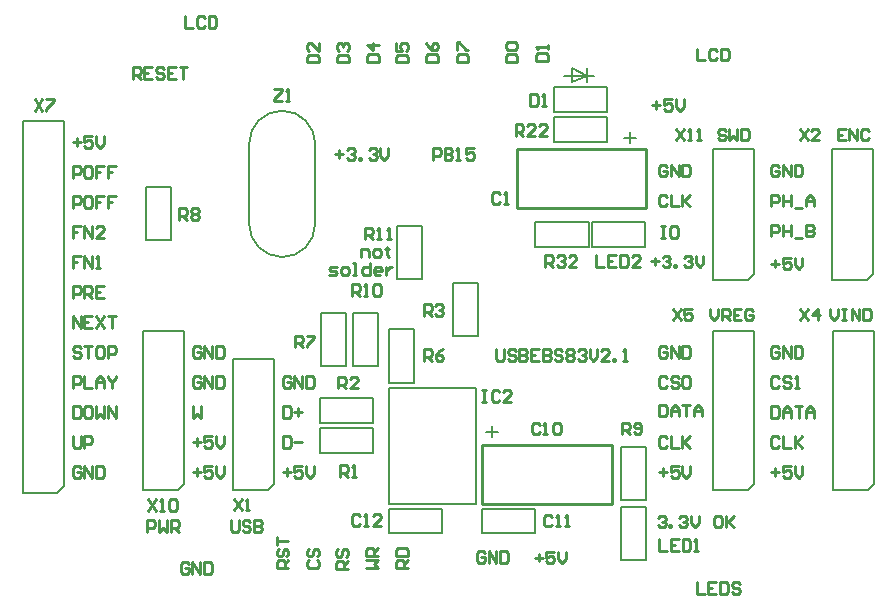
<source format=gto>
G04 Layer_Color=65535*
%FSLAX44Y44*%
%MOMM*%
G71*
G01*
G75*
%ADD18C,0.2540*%
%ADD37C,0.2000*%
D18*
X397172Y99968D02*
Y149968D01*
Y99968D02*
X507172D01*
Y149968D01*
X397172D02*
X507172D01*
X536584Y350412D02*
Y400412D01*
X426584D02*
X536584D01*
X426584Y350412D02*
Y400412D01*
Y350412D02*
X536584D01*
X18542Y442305D02*
X25206Y432308D01*
Y442305D02*
X18542Y432308D01*
X28539Y442305D02*
X35203D01*
Y440639D01*
X28539Y433974D01*
Y432308D01*
X425704Y411226D02*
Y421223D01*
X430702D01*
X432369Y419557D01*
Y416224D01*
X430702Y414558D01*
X425704D01*
X429036D02*
X432369Y411226D01*
X442365D02*
X435701D01*
X442365Y417891D01*
Y419557D01*
X440699Y421223D01*
X437367D01*
X435701Y419557D01*
X452362Y411226D02*
X445698D01*
X452362Y417891D01*
Y419557D01*
X450696Y421223D01*
X447364D01*
X445698Y419557D01*
X437896Y447131D02*
Y437134D01*
X442894D01*
X444561Y438800D01*
Y445465D01*
X442894Y447131D01*
X437896D01*
X447893Y437134D02*
X451225D01*
X449559D01*
Y447131D01*
X447893Y445465D01*
X412811Y362407D02*
X411144Y364073D01*
X407812D01*
X406146Y362407D01*
Y355742D01*
X407812Y354076D01*
X411144D01*
X412811Y355742D01*
X416143Y354076D02*
X419475D01*
X417809D01*
Y364073D01*
X416143Y362407D01*
X114554Y103883D02*
X121156Y93980D01*
Y103883D02*
X114554Y93980D01*
X124457D02*
X127758D01*
X126107D01*
Y103883D01*
X124457Y102232D01*
X132709D02*
X134360Y103883D01*
X137661D01*
X139311Y102232D01*
Y95631D01*
X137661Y93980D01*
X134360D01*
X132709Y95631D01*
Y102232D01*
X220980Y450941D02*
X227645D01*
Y449275D01*
X220980Y442610D01*
Y440944D01*
X227645D01*
X230977D02*
X234309D01*
X232643D01*
Y450941D01*
X230977Y449275D01*
X515620Y158750D02*
Y168747D01*
X520618D01*
X522285Y167081D01*
Y163748D01*
X520618Y162082D01*
X515620D01*
X518952D02*
X522285Y158750D01*
X525617Y160416D02*
X527283Y158750D01*
X530615D01*
X532281Y160416D01*
Y167081D01*
X530615Y168747D01*
X527283D01*
X525617Y167081D01*
Y165415D01*
X527283Y163748D01*
X532281D01*
X140970Y340614D02*
Y350517D01*
X145921D01*
X147572Y348866D01*
Y345565D01*
X145921Y343915D01*
X140970D01*
X144271D02*
X147572Y340614D01*
X150873Y348866D02*
X152523Y350517D01*
X155824D01*
X157475Y348866D01*
Y347216D01*
X155824Y345565D01*
X157475Y343915D01*
Y342265D01*
X155824Y340614D01*
X152523D01*
X150873Y342265D01*
Y343915D01*
X152523Y345565D01*
X150873Y347216D01*
Y348866D01*
X152523Y345565D02*
X155824D01*
X238760Y232410D02*
Y242407D01*
X243758D01*
X245424Y240741D01*
Y237408D01*
X243758Y235742D01*
X238760D01*
X242092D02*
X245424Y232410D01*
X248757Y242407D02*
X255421D01*
Y240741D01*
X248757Y234076D01*
Y232410D01*
X347980Y220980D02*
Y230977D01*
X352978D01*
X354645Y229311D01*
Y225978D01*
X352978Y224312D01*
X347980D01*
X351312D02*
X354645Y220980D01*
X364641Y230977D02*
X361309Y229311D01*
X357977Y225978D01*
Y222646D01*
X359643Y220980D01*
X362975D01*
X364641Y222646D01*
Y224312D01*
X362975Y225978D01*
X357977D01*
X547116Y70195D02*
Y60198D01*
X553781D01*
X563777Y70195D02*
X557113D01*
Y60198D01*
X563777D01*
X557113Y65196D02*
X560445D01*
X567110Y70195D02*
Y60198D01*
X572108D01*
X573774Y61864D01*
Y68529D01*
X572108Y70195D01*
X567110D01*
X577106Y60198D02*
X580439D01*
X578773D01*
Y70195D01*
X577106Y68529D01*
X397256Y196339D02*
X400557D01*
X398907D01*
Y186436D01*
X397256D01*
X400557D01*
X412110Y194688D02*
X410460Y196339D01*
X407159D01*
X405508Y194688D01*
Y188086D01*
X407159Y186436D01*
X410460D01*
X412110Y188086D01*
X422013Y186436D02*
X415411D01*
X422013Y193038D01*
Y194688D01*
X420363Y196339D01*
X417062D01*
X415411Y194688D01*
X293876Y89532D02*
X292225Y91183D01*
X288925D01*
X287274Y89532D01*
Y82930D01*
X288925Y81280D01*
X292225D01*
X293876Y82930D01*
X297177Y81280D02*
X300478D01*
X298827D01*
Y91183D01*
X297177Y89532D01*
X312031Y81280D02*
X305429D01*
X312031Y87882D01*
Y89532D01*
X310380Y91183D01*
X307080D01*
X305429Y89532D01*
X456422Y89024D02*
X454771Y90675D01*
X451470D01*
X449820Y89024D01*
Y82423D01*
X451470Y80772D01*
X454771D01*
X456422Y82423D01*
X459723Y80772D02*
X463024D01*
X461373D01*
Y90675D01*
X459723Y89024D01*
X467975Y80772D02*
X471276D01*
X469626D01*
Y90675D01*
X467975Y89024D01*
X446022Y167002D02*
X444371Y168653D01*
X441071D01*
X439420Y167002D01*
Y160401D01*
X441071Y158750D01*
X444371D01*
X446022Y160401D01*
X449323Y158750D02*
X452624D01*
X450973D01*
Y168653D01*
X449323Y167002D01*
X457575D02*
X459226Y168653D01*
X462527D01*
X464177Y167002D01*
Y160401D01*
X462527Y158750D01*
X459226D01*
X457575Y160401D01*
Y167002D01*
X187198Y104391D02*
X193800Y94488D01*
Y104391D02*
X187198Y94488D01*
X197101D02*
X200402D01*
X198751D01*
Y104391D01*
X197101Y102740D01*
X347980Y259080D02*
Y268983D01*
X352931D01*
X354582Y267332D01*
Y264031D01*
X352931Y262381D01*
X347980D01*
X351281D02*
X354582Y259080D01*
X357883Y267332D02*
X359533Y268983D01*
X362834D01*
X364485Y267332D01*
Y265682D01*
X362834Y264031D01*
X361184D01*
X362834D01*
X364485Y262381D01*
Y260730D01*
X362834Y259080D01*
X359533D01*
X357883Y260730D01*
X275590Y197612D02*
Y207515D01*
X280541D01*
X282192Y205864D01*
Y202563D01*
X280541Y200913D01*
X275590D01*
X278891D02*
X282192Y197612D01*
X292095D02*
X285493D01*
X292095Y204214D01*
Y205864D01*
X290444Y207515D01*
X287143D01*
X285493Y205864D01*
X277368Y122936D02*
Y132839D01*
X282319D01*
X283970Y131188D01*
Y127887D01*
X282319Y126237D01*
X277368D01*
X280669D02*
X283970Y122936D01*
X287271D02*
X290572D01*
X288921D01*
Y132839D01*
X287271Y131188D01*
X666750Y265173D02*
X673352Y255270D01*
Y265173D02*
X666750Y255270D01*
X681604D02*
Y265173D01*
X676653Y260221D01*
X683255D01*
X558800Y265173D02*
X565402Y255270D01*
Y265173D02*
X558800Y255270D01*
X575305Y265173D02*
X568703D01*
Y260221D01*
X572004Y261872D01*
X573654D01*
X575305Y260221D01*
Y256921D01*
X573654Y255270D01*
X570353D01*
X568703Y256921D01*
X666350Y417573D02*
X672952Y407670D01*
Y417573D02*
X666350Y407670D01*
X682855D02*
X676253D01*
X682855Y414272D01*
Y415922D01*
X681204Y417573D01*
X677903D01*
X676253Y415922D01*
X561340Y417667D02*
X568004Y407670D01*
Y417667D02*
X561340Y407670D01*
X571337D02*
X574669D01*
X573003D01*
Y417667D01*
X571337Y416001D01*
X579667Y407670D02*
X583000D01*
X581334D01*
Y417667D01*
X579667Y416001D01*
X287020Y276098D02*
Y286095D01*
X292018D01*
X293685Y284429D01*
Y281096D01*
X292018Y279430D01*
X287020D01*
X290352D02*
X293685Y276098D01*
X297017D02*
X300349D01*
X298683D01*
Y286095D01*
X297017Y284429D01*
X305347D02*
X307014Y286095D01*
X310346D01*
X312012Y284429D01*
Y277764D01*
X310346Y276098D01*
X307014D01*
X305347Y277764D01*
Y284429D01*
X298196Y323850D02*
Y333847D01*
X303194D01*
X304860Y332181D01*
Y328848D01*
X303194Y327182D01*
X298196D01*
X301528D02*
X304860Y323850D01*
X308193D02*
X311525D01*
X309859D01*
Y333847D01*
X308193Y332181D01*
X316523Y323850D02*
X319856D01*
X318190D01*
Y333847D01*
X316523Y332181D01*
X494030Y310479D02*
Y300482D01*
X500695D01*
X510691Y310479D02*
X504027D01*
Y300482D01*
X510691D01*
X504027Y305480D02*
X507359D01*
X514024Y310479D02*
Y300482D01*
X519022D01*
X520688Y302148D01*
Y308813D01*
X519022Y310479D01*
X514024D01*
X530685Y300482D02*
X524020D01*
X530685Y307146D01*
Y308813D01*
X529019Y310479D01*
X525686D01*
X524020Y308813D01*
X450596Y300228D02*
Y310225D01*
X455594D01*
X457261Y308559D01*
Y305226D01*
X455594Y303560D01*
X450596D01*
X453928D02*
X457261Y300228D01*
X460593Y308559D02*
X462259Y310225D01*
X465591D01*
X467257Y308559D01*
Y306893D01*
X465591Y305226D01*
X463925D01*
X465591D01*
X467257Y303560D01*
Y301894D01*
X465591Y300228D01*
X462259D01*
X460593Y301894D01*
X477254Y300228D02*
X470590D01*
X477254Y306893D01*
Y308559D01*
X475588Y310225D01*
X472256D01*
X470590Y308559D01*
X267716Y293624D02*
X272714D01*
X274380Y295290D01*
X272714Y296956D01*
X269382D01*
X267716Y298622D01*
X269382Y300289D01*
X274380D01*
X279379Y293624D02*
X282711D01*
X284377Y295290D01*
Y298622D01*
X282711Y300289D01*
X279379D01*
X277713Y298622D01*
Y295290D01*
X279379Y293624D01*
X287710D02*
X291042D01*
X289376D01*
Y303621D01*
X287710D01*
X302705D02*
Y293624D01*
X297706D01*
X296040Y295290D01*
Y298622D01*
X297706Y300289D01*
X302705D01*
X311035Y293624D02*
X307703D01*
X306037Y295290D01*
Y298622D01*
X307703Y300289D01*
X311035D01*
X312701Y298622D01*
Y296956D01*
X306037D01*
X316034Y300289D02*
Y293624D01*
Y296956D01*
X317700Y298622D01*
X319366Y300289D01*
X321032D01*
X294894Y309118D02*
Y315783D01*
X299892D01*
X301558Y314116D01*
Y309118D01*
X306557D02*
X309889D01*
X311555Y310784D01*
Y314116D01*
X309889Y315783D01*
X306557D01*
X304891Y314116D01*
Y310784D01*
X306557Y309118D01*
X316554Y317449D02*
Y315783D01*
X314888D01*
X318220D01*
X316554D01*
Y310784D01*
X318220Y309118D01*
X148842Y48892D02*
X147191Y50543D01*
X143890D01*
X142240Y48892D01*
Y42291D01*
X143890Y40640D01*
X147191D01*
X148842Y42291D01*
Y45591D01*
X145541D01*
X152143Y40640D02*
Y50543D01*
X158745Y40640D01*
Y50543D01*
X162046D02*
Y40640D01*
X166997D01*
X168647Y42291D01*
Y48892D01*
X166997Y50543D01*
X162046D01*
X101600Y459740D02*
Y469643D01*
X106551D01*
X108202Y467992D01*
Y464691D01*
X106551Y463041D01*
X101600D01*
X104901D02*
X108202Y459740D01*
X118105Y469643D02*
X111503D01*
Y459740D01*
X118105D01*
X111503Y464691D02*
X114804D01*
X128007Y467992D02*
X126357Y469643D01*
X123056D01*
X121406Y467992D01*
Y466342D01*
X123056Y464691D01*
X126357D01*
X128007Y463041D01*
Y461390D01*
X126357Y459740D01*
X123056D01*
X121406Y461390D01*
X137910Y469643D02*
X131308D01*
Y459740D01*
X137910D01*
X131308Y464691D02*
X134609D01*
X141211Y469643D02*
X147813D01*
X144512D01*
Y459740D01*
X114046Y75946D02*
Y85849D01*
X118997D01*
X120648Y84198D01*
Y80897D01*
X118997Y79247D01*
X114046D01*
X123949Y85849D02*
Y75946D01*
X127250Y79247D01*
X130551Y75946D01*
Y85849D01*
X133852Y75946D02*
Y85849D01*
X138803D01*
X140454Y84198D01*
Y80897D01*
X138803Y79247D01*
X133852D01*
X137153D02*
X140454Y75946D01*
X235202Y206372D02*
X233551Y208023D01*
X230250D01*
X228600Y206372D01*
Y199771D01*
X230250Y198120D01*
X233551D01*
X235202Y199771D01*
Y203071D01*
X231901D01*
X238503Y198120D02*
Y208023D01*
X245105Y198120D01*
Y208023D01*
X248406D02*
Y198120D01*
X253357D01*
X255007Y199771D01*
Y206372D01*
X253357Y208023D01*
X248406D01*
X228600Y182623D02*
Y172720D01*
X233551D01*
X235202Y174370D01*
Y180972D01*
X233551Y182623D01*
X228600D01*
X238503Y177671D02*
X245105D01*
X241804Y180972D02*
Y174370D01*
X228600Y157223D02*
Y147320D01*
X233551D01*
X235202Y148970D01*
Y155572D01*
X233551Y157223D01*
X228600D01*
X238503Y152271D02*
X245105D01*
X228600Y126871D02*
X235202D01*
X231901Y130172D02*
Y123570D01*
X245105Y131823D02*
X238503D01*
Y126871D01*
X241804Y128522D01*
X243454D01*
X245105Y126871D01*
Y123570D01*
X243454Y121920D01*
X240153D01*
X238503Y123570D01*
X248406Y131823D02*
Y125221D01*
X251707Y121920D01*
X255007Y125221D01*
Y131823D01*
X152400Y152271D02*
X159002D01*
X155701Y155572D02*
Y148970D01*
X168905Y157223D02*
X162303D01*
Y152271D01*
X165604Y153922D01*
X167254D01*
X168905Y152271D01*
Y148970D01*
X167254Y147320D01*
X163953D01*
X162303Y148970D01*
X172206Y157223D02*
Y150621D01*
X175506Y147320D01*
X178808Y150621D01*
Y157223D01*
X159002Y231772D02*
X157351Y233423D01*
X154051D01*
X152400Y231772D01*
Y225170D01*
X154051Y223520D01*
X157351D01*
X159002Y225170D01*
Y228471D01*
X155701D01*
X162303Y223520D02*
Y233423D01*
X168905Y223520D01*
Y233423D01*
X172206D02*
Y223520D01*
X177157D01*
X178808Y225170D01*
Y231772D01*
X177157Y233423D01*
X172206D01*
X648802Y385442D02*
X647151Y387093D01*
X643850D01*
X642200Y385442D01*
Y378840D01*
X643850Y377190D01*
X647151D01*
X648802Y378840D01*
Y382141D01*
X645501D01*
X652103Y377190D02*
Y387093D01*
X658705Y377190D01*
Y387093D01*
X662006D02*
Y377190D01*
X666957D01*
X668607Y378840D01*
Y385442D01*
X666957Y387093D01*
X662006D01*
X642200Y326390D02*
Y336293D01*
X647151D01*
X648802Y334642D01*
Y331341D01*
X647151Y329691D01*
X642200D01*
X652103Y336293D02*
Y326390D01*
Y331341D01*
X658705D01*
Y336293D01*
Y326390D01*
X662006Y324739D02*
X668607D01*
X671908Y336293D02*
Y326390D01*
X676860D01*
X678510Y328041D01*
Y329691D01*
X676860Y331341D01*
X671908D01*
X676860D01*
X678510Y332992D01*
Y334642D01*
X676860Y336293D01*
X671908D01*
X642200Y351790D02*
Y361693D01*
X647151D01*
X648802Y360042D01*
Y356741D01*
X647151Y355091D01*
X642200D01*
X652103Y361693D02*
Y351790D01*
Y356741D01*
X658705D01*
Y361693D01*
Y351790D01*
X662006Y350140D02*
X668607D01*
X671908Y351790D02*
Y358392D01*
X675209Y361693D01*
X678510Y358392D01*
Y351790D01*
Y356741D01*
X671908D01*
X642200Y303401D02*
X648802D01*
X645501Y306702D02*
Y300100D01*
X658705Y308353D02*
X652103D01*
Y303401D01*
X655404Y305052D01*
X657054D01*
X658705Y303401D01*
Y300100D01*
X657054Y298450D01*
X653753D01*
X652103Y300100D01*
X662006Y308353D02*
Y301751D01*
X665306Y298450D01*
X668607Y301751D01*
Y308353D01*
X705102Y417573D02*
X698500D01*
Y407670D01*
X705102D01*
X698500Y412621D02*
X701801D01*
X708403Y407670D02*
Y417573D01*
X715005Y407670D01*
Y417573D01*
X724908Y415922D02*
X723257Y417573D01*
X719956D01*
X718306Y415922D01*
Y409320D01*
X719956Y407670D01*
X723257D01*
X724908Y409320D01*
X579628Y485391D02*
Y475488D01*
X586230D01*
X596133Y483740D02*
X594482Y485391D01*
X591181D01*
X589531Y483740D01*
Y477138D01*
X591181Y475488D01*
X594482D01*
X596133Y477138D01*
X599434Y485391D02*
Y475488D01*
X604385D01*
X606035Y477138D01*
Y483740D01*
X604385Y485391D01*
X599434D01*
X579120Y33525D02*
Y23622D01*
X585722D01*
X595625Y33525D02*
X589023D01*
Y23622D01*
X595625D01*
X589023Y28573D02*
X592324D01*
X598926Y33525D02*
Y23622D01*
X603877D01*
X605527Y25273D01*
Y31874D01*
X603877Y33525D01*
X598926D01*
X615430Y31874D02*
X613780Y33525D01*
X610479D01*
X608828Y31874D01*
Y30224D01*
X610479Y28573D01*
X613780D01*
X615430Y26923D01*
Y25273D01*
X613780Y23622D01*
X610479D01*
X608828Y25273D01*
X146050Y512823D02*
Y502920D01*
X152652D01*
X162555Y511172D02*
X160904Y512823D01*
X157603D01*
X155953Y511172D01*
Y504571D01*
X157603Y502920D01*
X160904D01*
X162555Y504571D01*
X165856Y512823D02*
Y502920D01*
X170807D01*
X172458Y504571D01*
Y511172D01*
X170807Y512823D01*
X165856D01*
X590550Y265173D02*
Y258571D01*
X593851Y255270D01*
X597152Y258571D01*
Y265173D01*
X600453Y255270D02*
Y265173D01*
X605404D01*
X607055Y263522D01*
Y260221D01*
X605404Y258571D01*
X600453D01*
X603754D02*
X607055Y255270D01*
X616958Y265173D02*
X610356D01*
Y255270D01*
X616958D01*
X610356Y260221D02*
X613657D01*
X626860Y263522D02*
X625210Y265173D01*
X621909D01*
X620258Y263522D01*
Y256921D01*
X621909Y255270D01*
X625210D01*
X626860Y256921D01*
Y260221D01*
X623559D01*
X692150Y265173D02*
Y258571D01*
X695451Y255270D01*
X698752Y258571D01*
Y265173D01*
X702053D02*
X705354D01*
X703703D01*
Y255270D01*
X702053D01*
X705354D01*
X710305D02*
Y265173D01*
X716907Y255270D01*
Y265173D01*
X720208D02*
Y255270D01*
X725159D01*
X726810Y256921D01*
Y263522D01*
X725159Y265173D01*
X720208D01*
X184658Y86357D02*
Y78105D01*
X186308Y76454D01*
X189609D01*
X191260Y78105D01*
Y86357D01*
X201163Y84706D02*
X199512Y86357D01*
X196211D01*
X194561Y84706D01*
Y83056D01*
X196211Y81405D01*
X199512D01*
X201163Y79755D01*
Y78105D01*
X199512Y76454D01*
X196211D01*
X194561Y78105D01*
X204464Y86357D02*
Y76454D01*
X209415D01*
X211066Y78105D01*
Y79755D01*
X209415Y81405D01*
X204464D01*
X209415D01*
X211066Y83056D01*
Y84706D01*
X209415Y86357D01*
X204464D01*
X553802Y206372D02*
X552151Y208023D01*
X548851D01*
X547200Y206372D01*
Y199771D01*
X548851Y198120D01*
X552151D01*
X553802Y199771D01*
X563705Y206372D02*
X562054Y208023D01*
X558753D01*
X557103Y206372D01*
Y204722D01*
X558753Y203071D01*
X562054D01*
X563705Y201421D01*
Y199771D01*
X562054Y198120D01*
X558753D01*
X557103Y199771D01*
X567006Y206372D02*
X568656Y208023D01*
X571957D01*
X573607Y206372D01*
Y199771D01*
X571957Y198120D01*
X568656D01*
X567006Y199771D01*
Y206372D01*
X553802Y231772D02*
X552151Y233423D01*
X548851D01*
X547200Y231772D01*
Y225170D01*
X548851Y223520D01*
X552151D01*
X553802Y225170D01*
Y228471D01*
X550501D01*
X557103Y223520D02*
Y233423D01*
X563705Y223520D01*
Y233423D01*
X567006D02*
Y223520D01*
X571957D01*
X573607Y225170D01*
Y231772D01*
X571957Y233423D01*
X567006D01*
X553802Y155572D02*
X552151Y157223D01*
X548851D01*
X547200Y155572D01*
Y148970D01*
X548851Y147320D01*
X552151D01*
X553802Y148970D01*
X557103Y157223D02*
Y147320D01*
X563705D01*
X567006Y157223D02*
Y147320D01*
Y150621D01*
X573607Y157223D01*
X568656Y152271D01*
X573607Y147320D01*
X547200Y183893D02*
Y173990D01*
X552151D01*
X553802Y175641D01*
Y182242D01*
X552151Y183893D01*
X547200D01*
X557103Y173990D02*
Y180592D01*
X560404Y183893D01*
X563705Y180592D01*
Y173990D01*
Y178941D01*
X557103D01*
X567006Y183893D02*
X573607D01*
X570307D01*
Y173990D01*
X576908D02*
Y180592D01*
X580209Y183893D01*
X583510Y180592D01*
Y173990D01*
Y178941D01*
X576908D01*
X547200Y126871D02*
X553802D01*
X550501Y130172D02*
Y123570D01*
X563705Y131823D02*
X557103D01*
Y126871D01*
X560404Y128522D01*
X562054D01*
X563705Y126871D01*
Y123570D01*
X562054Y121920D01*
X558753D01*
X557103Y123570D01*
X567006Y131823D02*
Y125221D01*
X570307Y121920D01*
X573607Y125221D01*
Y131823D01*
X648802Y231772D02*
X647151Y233423D01*
X643850D01*
X642200Y231772D01*
Y225170D01*
X643850Y223520D01*
X647151D01*
X648802Y225170D01*
Y228471D01*
X645501D01*
X652103Y223520D02*
Y233423D01*
X658705Y223520D01*
Y233423D01*
X662006D02*
Y223520D01*
X666957D01*
X668607Y225170D01*
Y231772D01*
X666957Y233423D01*
X662006D01*
X648802Y206372D02*
X647151Y208023D01*
X643850D01*
X642200Y206372D01*
Y199771D01*
X643850Y198120D01*
X647151D01*
X648802Y199771D01*
X658705Y206372D02*
X657054Y208023D01*
X653753D01*
X652103Y206372D01*
Y204722D01*
X653753Y203071D01*
X657054D01*
X658705Y201421D01*
Y199771D01*
X657054Y198120D01*
X653753D01*
X652103Y199771D01*
X662006Y198120D02*
X665306D01*
X663656D01*
Y208023D01*
X662006Y206372D01*
X642200Y182623D02*
Y172720D01*
X647151D01*
X648802Y174370D01*
Y180972D01*
X647151Y182623D01*
X642200D01*
X652103Y172720D02*
Y179322D01*
X655404Y182623D01*
X658705Y179322D01*
Y172720D01*
Y177671D01*
X652103D01*
X662006Y182623D02*
X668607D01*
X665306D01*
Y172720D01*
X671908D02*
Y179322D01*
X675209Y182623D01*
X678510Y179322D01*
Y172720D01*
Y177671D01*
X671908D01*
X648802Y155572D02*
X647151Y157223D01*
X643850D01*
X642200Y155572D01*
Y148970D01*
X643850Y147320D01*
X647151D01*
X648802Y148970D01*
X652103Y157223D02*
Y147320D01*
X658705D01*
X662006Y157223D02*
Y147320D01*
Y150621D01*
X668607Y157223D01*
X663656Y152271D01*
X668607Y147320D01*
X642200Y126871D02*
X648802D01*
X645501Y130172D02*
Y123570D01*
X658705Y131823D02*
X652103D01*
Y126871D01*
X655404Y128522D01*
X657054D01*
X658705Y126871D01*
Y123570D01*
X657054Y121920D01*
X653753D01*
X652103Y123570D01*
X662006Y131823D02*
Y125221D01*
X665306Y121920D01*
X668607Y125221D01*
Y131823D01*
X159002Y206372D02*
X157351Y208023D01*
X154051D01*
X152400Y206372D01*
Y199771D01*
X154051Y198120D01*
X157351D01*
X159002Y199771D01*
Y203071D01*
X155701D01*
X162303Y198120D02*
Y208023D01*
X168905Y198120D01*
Y208023D01*
X172206D02*
Y198120D01*
X177157D01*
X178808Y199771D01*
Y206372D01*
X177157Y208023D01*
X172206D01*
X152400Y182623D02*
Y172720D01*
X155701Y176021D01*
X159002Y172720D01*
Y182623D01*
X152400Y126871D02*
X159002D01*
X155701Y130172D02*
Y123570D01*
X168905Y131823D02*
X162303D01*
Y126871D01*
X165604Y128522D01*
X167254D01*
X168905Y126871D01*
Y123570D01*
X167254Y121920D01*
X163953D01*
X162303Y123570D01*
X172206Y131823D02*
Y125221D01*
X175506Y121920D01*
X178808Y125221D01*
Y131823D01*
X50800Y406271D02*
X57402D01*
X54101Y409572D02*
Y402971D01*
X67305Y411223D02*
X60703D01*
Y406271D01*
X64004Y407922D01*
X65654D01*
X67305Y406271D01*
Y402971D01*
X65654Y401320D01*
X62353D01*
X60703Y402971D01*
X70606Y411223D02*
Y404621D01*
X73906Y401320D01*
X77207Y404621D01*
Y411223D01*
X50800Y375920D02*
Y385823D01*
X55751D01*
X57402Y384172D01*
Y380871D01*
X55751Y379221D01*
X50800D01*
X65654Y385823D02*
X62353D01*
X60703Y384172D01*
Y377570D01*
X62353Y375920D01*
X65654D01*
X67305Y377570D01*
Y384172D01*
X65654Y385823D01*
X77207D02*
X70606D01*
Y380871D01*
X73906D01*
X70606D01*
Y375920D01*
X87110Y385823D02*
X80508D01*
Y380871D01*
X83809D01*
X80508D01*
Y375920D01*
X50800Y350520D02*
Y360423D01*
X55751D01*
X57402Y358772D01*
Y355471D01*
X55751Y353821D01*
X50800D01*
X65654Y360423D02*
X62353D01*
X60703Y358772D01*
Y352170D01*
X62353Y350520D01*
X65654D01*
X67305Y352170D01*
Y358772D01*
X65654Y360423D01*
X77207D02*
X70606D01*
Y355471D01*
X73906D01*
X70606D01*
Y350520D01*
X87110Y360423D02*
X80508D01*
Y355471D01*
X83809D01*
X80508D01*
Y350520D01*
X57402Y335023D02*
X50800D01*
Y330071D01*
X54101D01*
X50800D01*
Y325120D01*
X60703D02*
Y335023D01*
X67305Y325120D01*
Y335023D01*
X77207Y325120D02*
X70606D01*
X77207Y331722D01*
Y333372D01*
X75557Y335023D01*
X72256D01*
X70606Y333372D01*
X57402Y309623D02*
X50800D01*
Y304671D01*
X54101D01*
X50800D01*
Y299720D01*
X60703D02*
Y309623D01*
X67305Y299720D01*
Y309623D01*
X70606Y299720D02*
X73906D01*
X72256D01*
Y309623D01*
X70606Y307972D01*
X50800Y274320D02*
Y284223D01*
X55751D01*
X57402Y282572D01*
Y279271D01*
X55751Y277621D01*
X50800D01*
X60703Y274320D02*
Y284223D01*
X65654D01*
X67305Y282572D01*
Y279271D01*
X65654Y277621D01*
X60703D01*
X64004D02*
X67305Y274320D01*
X77207Y284223D02*
X70606D01*
Y274320D01*
X77207D01*
X70606Y279271D02*
X73906D01*
X50800Y248920D02*
Y258823D01*
X57402Y248920D01*
Y258823D01*
X67305D02*
X60703D01*
Y248920D01*
X67305D01*
X60703Y253871D02*
X64004D01*
X70606Y258823D02*
X77207Y248920D01*
Y258823D02*
X70606Y248920D01*
X80508Y258823D02*
X87110D01*
X83809D01*
Y248920D01*
X57402Y231772D02*
X55751Y233423D01*
X52450D01*
X50800Y231772D01*
Y230122D01*
X52450Y228471D01*
X55751D01*
X57402Y226821D01*
Y225170D01*
X55751Y223520D01*
X52450D01*
X50800Y225170D01*
X60703Y233423D02*
X67305D01*
X64004D01*
Y223520D01*
X75557Y233423D02*
X72256D01*
X70606Y231772D01*
Y225170D01*
X72256Y223520D01*
X75557D01*
X77207Y225170D01*
Y231772D01*
X75557Y233423D01*
X80508Y223520D02*
Y233423D01*
X85460D01*
X87110Y231772D01*
Y228471D01*
X85460Y226821D01*
X80508D01*
X50800Y198120D02*
Y208023D01*
X55751D01*
X57402Y206372D01*
Y203071D01*
X55751Y201421D01*
X50800D01*
X60703Y208023D02*
Y198120D01*
X67305D01*
X70606D02*
Y204722D01*
X73906Y208023D01*
X77207Y204722D01*
Y198120D01*
Y203071D01*
X70606D01*
X80508Y208023D02*
Y206372D01*
X83809Y203071D01*
X87110Y206372D01*
Y208023D01*
X83809Y203071D02*
Y198120D01*
X50800Y182623D02*
Y172720D01*
X55751D01*
X57402Y174370D01*
Y180972D01*
X55751Y182623D01*
X50800D01*
X65654D02*
X62353D01*
X60703Y180972D01*
Y174370D01*
X62353Y172720D01*
X65654D01*
X67305Y174370D01*
Y180972D01*
X65654Y182623D01*
X70606D02*
Y172720D01*
X73906Y176021D01*
X77207Y172720D01*
Y182623D01*
X80508Y172720D02*
Y182623D01*
X87110Y172720D01*
Y182623D01*
X50800Y157223D02*
Y148970D01*
X52450Y147320D01*
X55751D01*
X57402Y148970D01*
Y157223D01*
X60703Y147320D02*
Y157223D01*
X65654D01*
X67305Y155572D01*
Y152271D01*
X65654Y150621D01*
X60703D01*
X57402Y130172D02*
X55751Y131823D01*
X52450D01*
X50800Y130172D01*
Y123570D01*
X52450Y121920D01*
X55751D01*
X57402Y123570D01*
Y126871D01*
X54101D01*
X60703Y121920D02*
Y131823D01*
X67305Y121920D01*
Y131823D01*
X70606D02*
Y121920D01*
X75557D01*
X77207Y123570D01*
Y130172D01*
X75557Y131823D01*
X70606D01*
X441960Y54481D02*
X448562D01*
X445261Y57782D02*
Y51181D01*
X458465Y59433D02*
X451863D01*
Y54481D01*
X455164Y56132D01*
X456814D01*
X458465Y54481D01*
Y51181D01*
X456814Y49530D01*
X453513D01*
X451863Y51181D01*
X461766Y59433D02*
Y52831D01*
X465066Y49530D01*
X468368Y52831D01*
Y59433D01*
X399540Y58290D02*
X397889Y59941D01*
X394589D01*
X392938Y58290D01*
Y51688D01*
X394589Y50038D01*
X397889D01*
X399540Y51688D01*
Y54989D01*
X396239D01*
X402841Y50038D02*
Y59941D01*
X409443Y50038D01*
Y59941D01*
X412744D02*
Y50038D01*
X417695D01*
X419346Y51688D01*
Y58290D01*
X417695Y59941D01*
X412744D01*
X334772Y45720D02*
X324869D01*
Y50671D01*
X326520Y52322D01*
X329821D01*
X331471Y50671D01*
Y45720D01*
Y49021D02*
X334772Y52322D01*
X324869Y55623D02*
X334772D01*
Y60574D01*
X333121Y62225D01*
X326520D01*
X324869Y60574D01*
Y55623D01*
X299469Y45720D02*
X309372D01*
X306071Y49021D01*
X309372Y52322D01*
X299469D01*
X309372Y55623D02*
X299469D01*
Y60574D01*
X301120Y62225D01*
X304421D01*
X306071Y60574D01*
Y55623D01*
Y58924D02*
X309372Y62225D01*
X283718Y44958D02*
X273815D01*
Y49909D01*
X275466Y51560D01*
X278767D01*
X280417Y49909D01*
Y44958D01*
Y48259D02*
X283718Y51560D01*
X275466Y61463D02*
X273815Y59812D01*
Y56511D01*
X275466Y54861D01*
X277116D01*
X278767Y56511D01*
Y59812D01*
X280417Y61463D01*
X282068D01*
X283718Y59812D01*
Y56511D01*
X282068Y54861D01*
X250828Y52068D02*
X249177Y50417D01*
Y47116D01*
X250828Y45466D01*
X257430D01*
X259080Y47116D01*
Y50417D01*
X257430Y52068D01*
X250828Y61971D02*
X249177Y60320D01*
Y57019D01*
X250828Y55369D01*
X252478D01*
X254129Y57019D01*
Y60320D01*
X255779Y61971D01*
X257430D01*
X259080Y60320D01*
Y57019D01*
X257430Y55369D01*
X233426Y45466D02*
X223523D01*
Y50417D01*
X225174Y52068D01*
X228475D01*
X230125Y50417D01*
Y45466D01*
Y48767D02*
X233426Y52068D01*
X225174Y61971D02*
X223523Y60320D01*
Y57019D01*
X225174Y55369D01*
X226824D01*
X228475Y57019D01*
Y60320D01*
X230125Y61971D01*
X231775D01*
X233426Y60320D01*
Y57019D01*
X231775Y55369D01*
X223523Y65272D02*
Y71873D01*
Y68573D01*
X233426D01*
X443233Y474980D02*
X453136D01*
Y479931D01*
X451485Y481582D01*
X444884D01*
X443233Y479931D01*
Y474980D01*
X453136Y484883D02*
Y488184D01*
Y486533D01*
X443233D01*
X444884Y484883D01*
X417325Y474218D02*
X427228D01*
Y479169D01*
X425578Y480820D01*
X418976D01*
X417325Y479169D01*
Y474218D01*
X418976Y484121D02*
X417325Y485771D01*
Y489072D01*
X418976Y490723D01*
X425578D01*
X427228Y489072D01*
Y485771D01*
X425578Y484121D01*
X418976D01*
X375923Y474218D02*
X385826D01*
Y479169D01*
X384175Y480820D01*
X377574D01*
X375923Y479169D01*
Y474218D01*
Y484121D02*
Y490723D01*
X377574D01*
X384175Y484121D01*
X385826D01*
X350015Y473964D02*
X359918D01*
Y478915D01*
X358268Y480566D01*
X351666D01*
X350015Y478915D01*
Y473964D01*
Y490469D02*
X351666Y487168D01*
X354967Y483867D01*
X358268D01*
X359918Y485517D01*
Y488818D01*
X358268Y490469D01*
X356617D01*
X354967Y488818D01*
Y483867D01*
X324869Y473710D02*
X334772D01*
Y478661D01*
X333121Y480312D01*
X326520D01*
X324869Y478661D01*
Y473710D01*
Y490215D02*
Y483613D01*
X329821D01*
X328170Y486914D01*
Y488564D01*
X329821Y490215D01*
X333121D01*
X334772Y488564D01*
Y485263D01*
X333121Y483613D01*
X299977Y473964D02*
X309880D01*
Y478915D01*
X308230Y480566D01*
X301628D01*
X299977Y478915D01*
Y473964D01*
X309880Y488818D02*
X299977D01*
X304929Y483867D01*
Y490469D01*
X274831Y473710D02*
X284734D01*
Y478661D01*
X283083Y480312D01*
X276482D01*
X274831Y478661D01*
Y473710D01*
X276482Y483613D02*
X274831Y485263D01*
Y488564D01*
X276482Y490215D01*
X278132D01*
X279783Y488564D01*
Y486914D01*
Y488564D01*
X281433Y490215D01*
X283083D01*
X284734Y488564D01*
Y485263D01*
X283083Y483613D01*
X249177Y473710D02*
X259080D01*
Y478661D01*
X257430Y480312D01*
X250828D01*
X249177Y478661D01*
Y473710D01*
X259080Y490215D02*
Y483613D01*
X252478Y490215D01*
X250828D01*
X249177Y488564D01*
Y485263D01*
X250828Y483613D01*
X546100Y88262D02*
X547751Y89913D01*
X551051D01*
X552702Y88262D01*
Y86612D01*
X551051Y84961D01*
X549401D01*
X551051D01*
X552702Y83311D01*
Y81660D01*
X551051Y80010D01*
X547751D01*
X546100Y81660D01*
X556003Y80010D02*
Y81660D01*
X557653D01*
Y80010D01*
X556003D01*
X564255Y88262D02*
X565906Y89913D01*
X569207D01*
X570857Y88262D01*
Y86612D01*
X569207Y84961D01*
X567556D01*
X569207D01*
X570857Y83311D01*
Y81660D01*
X569207Y80010D01*
X565906D01*
X564255Y81660D01*
X574158Y89913D02*
Y83311D01*
X577459Y80010D01*
X580760Y83311D01*
Y89913D01*
X598915D02*
X595614D01*
X593964Y88262D01*
Y81660D01*
X595614Y80010D01*
X598915D01*
X600565Y81660D01*
Y88262D01*
X598915Y89913D01*
X603866D02*
Y80010D01*
Y83311D01*
X610468Y89913D01*
X605517Y84961D01*
X610468Y80010D01*
X273050Y396412D02*
X279715D01*
X276382Y399745D02*
Y393080D01*
X283047Y399745D02*
X284713Y401411D01*
X288045D01*
X289711Y399745D01*
Y398078D01*
X288045Y396412D01*
X286379D01*
X288045D01*
X289711Y394746D01*
Y393080D01*
X288045Y391414D01*
X284713D01*
X283047Y393080D01*
X293044Y391414D02*
Y393080D01*
X294710D01*
Y391414D01*
X293044D01*
X301374Y399745D02*
X303040Y401411D01*
X306373D01*
X308039Y399745D01*
Y398078D01*
X306373Y396412D01*
X304706D01*
X306373D01*
X308039Y394746D01*
Y393080D01*
X306373Y391414D01*
X303040D01*
X301374Y393080D01*
X311371Y401411D02*
Y394746D01*
X314703Y391414D01*
X318036Y394746D01*
Y401411D01*
X540258Y305179D02*
X546860D01*
X543559Y308480D02*
Y301879D01*
X550161Y308480D02*
X551811Y310131D01*
X555112D01*
X556763Y308480D01*
Y306830D01*
X555112Y305179D01*
X553462D01*
X555112D01*
X556763Y303529D01*
Y301879D01*
X555112Y300228D01*
X551811D01*
X550161Y301879D01*
X560064Y300228D02*
Y301879D01*
X561714D01*
Y300228D01*
X560064D01*
X568316Y308480D02*
X569966Y310131D01*
X573267D01*
X574918Y308480D01*
Y306830D01*
X573267Y305179D01*
X571617D01*
X573267D01*
X574918Y303529D01*
Y301879D01*
X573267Y300228D01*
X569966D01*
X568316Y301879D01*
X578219Y310131D02*
Y303529D01*
X581520Y300228D01*
X584821Y303529D01*
Y310131D01*
X548640Y335023D02*
X551941D01*
X550290D01*
Y325120D01*
X548640D01*
X551941D01*
X561844Y335023D02*
X558543D01*
X556892Y333372D01*
Y326771D01*
X558543Y325120D01*
X561844D01*
X563494Y326771D01*
Y333372D01*
X561844Y335023D01*
X553802Y360042D02*
X552151Y361693D01*
X548851D01*
X547200Y360042D01*
Y353441D01*
X548851Y351790D01*
X552151D01*
X553802Y353441D01*
X557103Y361693D02*
Y351790D01*
X563705D01*
X567006Y361693D02*
Y351790D01*
Y355091D01*
X573607Y361693D01*
X568656Y356741D01*
X573607Y351790D01*
X553802Y385442D02*
X552151Y387093D01*
X548851D01*
X547200Y385442D01*
Y378840D01*
X548851Y377190D01*
X552151D01*
X553802Y378840D01*
Y382141D01*
X550501D01*
X557103Y377190D02*
Y387093D01*
X563705Y377190D01*
Y387093D01*
X567006D02*
Y377190D01*
X571957D01*
X573607Y378840D01*
Y385442D01*
X571957Y387093D01*
X567006D01*
X603502Y415922D02*
X601851Y417573D01*
X598550D01*
X596900Y415922D01*
Y414272D01*
X598550Y412621D01*
X601851D01*
X603502Y410971D01*
Y409320D01*
X601851Y407670D01*
X598550D01*
X596900Y409320D01*
X606803Y417573D02*
Y407670D01*
X610104Y410971D01*
X613405Y407670D01*
Y417573D01*
X616706D02*
Y407670D01*
X621657D01*
X623307Y409320D01*
Y415922D01*
X621657Y417573D01*
X616706D01*
X541528Y437306D02*
X548192D01*
X544860Y440639D02*
Y433974D01*
X558189Y442305D02*
X551525D01*
Y437306D01*
X554857Y438973D01*
X556523D01*
X558189Y437306D01*
Y433974D01*
X556523Y432308D01*
X553191D01*
X551525Y433974D01*
X561522Y442305D02*
Y435640D01*
X564854Y432308D01*
X568186Y435640D01*
Y442305D01*
X409194Y230883D02*
Y222631D01*
X410844Y220980D01*
X414145D01*
X415796Y222631D01*
Y230883D01*
X425699Y229232D02*
X424048Y230883D01*
X420747D01*
X419097Y229232D01*
Y227582D01*
X420747Y225931D01*
X424048D01*
X425699Y224281D01*
Y222631D01*
X424048Y220980D01*
X420747D01*
X419097Y222631D01*
X429000Y230883D02*
Y220980D01*
X433951D01*
X435602Y222631D01*
Y224281D01*
X433951Y225931D01*
X429000D01*
X433951D01*
X435602Y227582D01*
Y229232D01*
X433951Y230883D01*
X429000D01*
X445504D02*
X438902D01*
Y220980D01*
X445504D01*
X438902Y225931D02*
X442203D01*
X448805Y230883D02*
Y220980D01*
X453757D01*
X455407Y222631D01*
Y224281D01*
X453757Y225931D01*
X448805D01*
X453757D01*
X455407Y227582D01*
Y229232D01*
X453757Y230883D01*
X448805D01*
X465310Y229232D02*
X463659Y230883D01*
X460359D01*
X458708Y229232D01*
Y227582D01*
X460359Y225931D01*
X463659D01*
X465310Y224281D01*
Y222631D01*
X463659Y220980D01*
X460359D01*
X458708Y222631D01*
X468611Y229232D02*
X470261Y230883D01*
X473562D01*
X475213Y229232D01*
Y227582D01*
X473562Y225931D01*
X475213Y224281D01*
Y222631D01*
X473562Y220980D01*
X470261D01*
X468611Y222631D01*
Y224281D01*
X470261Y225931D01*
X468611Y227582D01*
Y229232D01*
X470261Y225931D02*
X473562D01*
X478514Y229232D02*
X480164Y230883D01*
X483465D01*
X485116Y229232D01*
Y227582D01*
X483465Y225931D01*
X481814D01*
X483465D01*
X485116Y224281D01*
Y222631D01*
X483465Y220980D01*
X480164D01*
X478514Y222631D01*
X488416Y230883D02*
Y224281D01*
X491717Y220980D01*
X495018Y224281D01*
Y230883D01*
X504921Y220980D02*
X498319D01*
X504921Y227582D01*
Y229232D01*
X503271Y230883D01*
X499970D01*
X498319Y229232D01*
X508222Y220980D02*
Y222631D01*
X509873D01*
Y220980D01*
X508222D01*
X516474D02*
X519775D01*
X518125D01*
Y230883D01*
X516474Y229232D01*
X355600Y391160D02*
Y401157D01*
X360598D01*
X362265Y399491D01*
Y396158D01*
X360598Y394492D01*
X355600D01*
X365597Y401157D02*
Y391160D01*
X370595D01*
X372261Y392826D01*
Y394492D01*
X370595Y396158D01*
X365597D01*
X370595D01*
X372261Y397825D01*
Y399491D01*
X370595Y401157D01*
X365597D01*
X375594Y391160D02*
X378926D01*
X377260D01*
Y401157D01*
X375594Y399491D01*
X390589Y401157D02*
X383924D01*
Y396158D01*
X387257Y397825D01*
X388923D01*
X390589Y396158D01*
Y392826D01*
X388923Y391160D01*
X385590D01*
X383924Y392826D01*
D37*
X256100Y404570D02*
G03*
X200102Y404600I-27999J233D01*
G01*
X200101Y337090D02*
G03*
X256100Y337070I27999J-199D01*
G01*
X113198Y322940D02*
X134198D01*
X113198D02*
Y367940D01*
X134198D01*
Y322940D02*
Y367940D01*
X372786Y241674D02*
Y286674D01*
Y241674D02*
X393786D01*
Y286674D01*
X372786D02*
X393786D01*
X318430Y247544D02*
X339430D01*
Y202544D02*
Y247544D01*
X318430Y202544D02*
X339430D01*
X318430D02*
Y247544D01*
X391600Y198070D02*
Y198070D01*
X391850Y197820D01*
Y100070D02*
Y197820D01*
X318600Y198070D02*
X391600D01*
X318600Y100070D02*
X391850D01*
X318600D02*
Y198070D01*
X397094Y95844D02*
X442094D01*
X397094Y74844D02*
Y95844D01*
Y74844D02*
X442094D01*
Y95844D01*
X260442Y189316D02*
X305442D01*
X260442Y168316D02*
Y189316D01*
Y168316D02*
X305442D01*
Y189316D01*
X260202Y163916D02*
X305202D01*
X260202Y142916D02*
Y163916D01*
Y142916D02*
X305202D01*
Y163916D01*
X256100Y337070D02*
Y404570D01*
X200102Y337090D02*
Y404600D01*
X318354Y74844D02*
X363354D01*
Y95844D01*
X318354D02*
X363354D01*
X318354Y74844D02*
Y95844D01*
X186100Y222320D02*
X221100D01*
X186100Y111570D02*
Y222320D01*
Y111570D02*
X216100D01*
X221100Y116570D01*
Y222320D01*
X109900Y111570D02*
Y246570D01*
X144900D01*
X109900Y238570D02*
Y246570D01*
Y111570D02*
X139900D01*
X144900Y116570D01*
Y246570D01*
X728700Y294370D02*
Y400120D01*
X723700Y289370D02*
X728700Y294370D01*
X693700Y289370D02*
X723700D01*
X693700D02*
Y400120D01*
X728700D01*
X592500Y111570D02*
Y246570D01*
X627500D01*
X592500Y238570D02*
Y246570D01*
Y111570D02*
X622500D01*
X627500Y116570D01*
Y246570D01*
X694100Y111570D02*
Y246570D01*
X729100D01*
X694100Y238570D02*
Y246570D01*
Y111570D02*
X724100D01*
X729100Y116570D01*
Y246570D01*
X515280Y52190D02*
X536280D01*
X515280D02*
Y97190D01*
X536280D01*
Y52190D02*
Y97190D01*
X515280Y103230D02*
X536280D01*
X515280D02*
Y148230D01*
X536280D01*
Y103230D02*
Y148230D01*
X261280Y261514D02*
X282280D01*
Y216514D02*
Y261514D01*
X261280Y216514D02*
X282280D01*
X261280D02*
Y261514D01*
X627500Y294370D02*
Y400120D01*
X622500Y289370D02*
X627500Y294370D01*
X592500Y289370D02*
X622500D01*
X592500D02*
Y400120D01*
X627500D01*
X309458Y216260D02*
Y261260D01*
X288458D02*
X309458D01*
X288458Y216260D02*
Y261260D01*
Y216260D02*
X309458D01*
X346542Y290174D02*
Y335174D01*
X325542D02*
X346542D01*
X325542Y290174D02*
Y335174D01*
Y290174D02*
X346542D01*
X458068Y406060D02*
Y427060D01*
X503068D01*
Y406060D02*
Y427060D01*
X458068Y406060D02*
X503068D01*
X503322Y431968D02*
Y452968D01*
X458322Y431968D02*
X503322D01*
X458322D02*
Y452968D01*
X503322D01*
X43300Y115300D02*
Y245300D01*
X37220Y109220D02*
X43300Y115300D01*
X8300Y109220D02*
X37220D01*
X43300Y237300D02*
Y424180D01*
X8300Y237300D02*
Y424180D01*
Y109220D02*
Y245300D01*
Y424180D02*
X43300D01*
X490580Y338160D02*
X535580D01*
X490580Y317160D02*
Y338160D01*
Y317160D02*
X535580D01*
Y338160D01*
X442560Y317160D02*
X487560D01*
Y338160D01*
X442560D02*
X487560D01*
X442560Y317160D02*
Y338160D01*
X467106Y462534D02*
X492252D01*
X473456Y456692D02*
Y468630D01*
Y456692D02*
X486156Y462534D01*
X473456Y468630D02*
X486156Y462534D01*
X486410Y456692D02*
Y468884D01*
X517906Y409956D02*
X528066D01*
X522986Y405384D02*
Y415036D01*
X405892Y156464D02*
Y166116D01*
X400812Y161036D02*
X410972D01*
M02*

</source>
